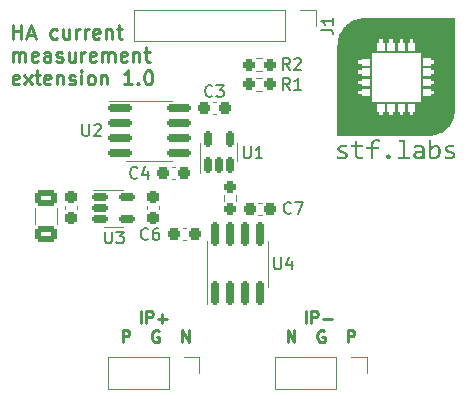
<source format=gto>
G04 #@! TF.GenerationSoftware,KiCad,Pcbnew,7.0.11-2.fc39*
G04 #@! TF.CreationDate,2024-06-09T18:16:26+02:00*
G04 #@! TF.ProjectId,current_measurement_extension,63757272-656e-4745-9f6d-656173757265,1.0*
G04 #@! TF.SameCoordinates,Original*
G04 #@! TF.FileFunction,Legend,Top*
G04 #@! TF.FilePolarity,Positive*
%FSLAX46Y46*%
G04 Gerber Fmt 4.6, Leading zero omitted, Abs format (unit mm)*
G04 Created by KiCad (PCBNEW 7.0.11-2.fc39) date 2024-06-09 18:16:26*
%MOMM*%
%LPD*%
G01*
G04 APERTURE LIST*
G04 Aperture macros list*
%AMRoundRect*
0 Rectangle with rounded corners*
0 $1 Rounding radius*
0 $2 $3 $4 $5 $6 $7 $8 $9 X,Y pos of 4 corners*
0 Add a 4 corners polygon primitive as box body*
4,1,4,$2,$3,$4,$5,$6,$7,$8,$9,$2,$3,0*
0 Add four circle primitives for the rounded corners*
1,1,$1+$1,$2,$3*
1,1,$1+$1,$4,$5*
1,1,$1+$1,$6,$7*
1,1,$1+$1,$8,$9*
0 Add four rect primitives between the rounded corners*
20,1,$1+$1,$2,$3,$4,$5,0*
20,1,$1+$1,$4,$5,$6,$7,0*
20,1,$1+$1,$6,$7,$8,$9,0*
20,1,$1+$1,$8,$9,$2,$3,0*%
G04 Aperture macros list end*
%ADD10C,0.250000*%
%ADD11C,0.150000*%
%ADD12C,0.120000*%
%ADD13RoundRect,0.237500X-0.300000X-0.237500X0.300000X-0.237500X0.300000X0.237500X-0.300000X0.237500X0*%
%ADD14RoundRect,0.150000X-0.512500X-0.150000X0.512500X-0.150000X0.512500X0.150000X-0.512500X0.150000X0*%
%ADD15R,1.700000X1.700000*%
%ADD16O,1.700000X1.700000*%
%ADD17RoundRect,0.237500X0.250000X0.237500X-0.250000X0.237500X-0.250000X-0.237500X0.250000X-0.237500X0*%
%ADD18RoundRect,0.237500X-0.237500X0.250000X-0.237500X-0.250000X0.237500X-0.250000X0.237500X0.250000X0*%
%ADD19RoundRect,0.237500X0.300000X0.237500X-0.300000X0.237500X-0.300000X-0.237500X0.300000X-0.237500X0*%
%ADD20RoundRect,0.250000X-0.650000X0.412500X-0.650000X-0.412500X0.650000X-0.412500X0.650000X0.412500X0*%
%ADD21RoundRect,0.150000X-0.825000X-0.150000X0.825000X-0.150000X0.825000X0.150000X-0.825000X0.150000X0*%
%ADD22RoundRect,0.150000X0.150000X-0.512500X0.150000X0.512500X-0.150000X0.512500X-0.150000X-0.512500X0*%
%ADD23RoundRect,0.150000X0.150000X-0.825000X0.150000X0.825000X-0.150000X0.825000X-0.150000X-0.825000X0*%
%ADD24RoundRect,0.237500X-0.237500X0.300000X-0.237500X-0.300000X0.237500X-0.300000X0.237500X0.300000X0*%
G04 APERTURE END LIST*
D10*
X99817978Y-73184619D02*
X99817978Y-72184619D01*
X100294168Y-73184619D02*
X100294168Y-72184619D01*
X100294168Y-72184619D02*
X100675120Y-72184619D01*
X100675120Y-72184619D02*
X100770358Y-72232238D01*
X100770358Y-72232238D02*
X100817977Y-72279857D01*
X100817977Y-72279857D02*
X100865596Y-72375095D01*
X100865596Y-72375095D02*
X100865596Y-72517952D01*
X100865596Y-72517952D02*
X100817977Y-72613190D01*
X100817977Y-72613190D02*
X100770358Y-72660809D01*
X100770358Y-72660809D02*
X100675120Y-72708428D01*
X100675120Y-72708428D02*
X100294168Y-72708428D01*
X101294168Y-72803666D02*
X102056073Y-72803666D01*
X101675120Y-73184619D02*
X101675120Y-72422714D01*
X98294168Y-74794619D02*
X98294168Y-73794619D01*
X98294168Y-73794619D02*
X98675120Y-73794619D01*
X98675120Y-73794619D02*
X98770358Y-73842238D01*
X98770358Y-73842238D02*
X98817977Y-73889857D01*
X98817977Y-73889857D02*
X98865596Y-73985095D01*
X98865596Y-73985095D02*
X98865596Y-74127952D01*
X98865596Y-74127952D02*
X98817977Y-74223190D01*
X98817977Y-74223190D02*
X98770358Y-74270809D01*
X98770358Y-74270809D02*
X98675120Y-74318428D01*
X98675120Y-74318428D02*
X98294168Y-74318428D01*
X101341787Y-73842238D02*
X101246549Y-73794619D01*
X101246549Y-73794619D02*
X101103692Y-73794619D01*
X101103692Y-73794619D02*
X100960835Y-73842238D01*
X100960835Y-73842238D02*
X100865597Y-73937476D01*
X100865597Y-73937476D02*
X100817978Y-74032714D01*
X100817978Y-74032714D02*
X100770359Y-74223190D01*
X100770359Y-74223190D02*
X100770359Y-74366047D01*
X100770359Y-74366047D02*
X100817978Y-74556523D01*
X100817978Y-74556523D02*
X100865597Y-74651761D01*
X100865597Y-74651761D02*
X100960835Y-74747000D01*
X100960835Y-74747000D02*
X101103692Y-74794619D01*
X101103692Y-74794619D02*
X101198930Y-74794619D01*
X101198930Y-74794619D02*
X101341787Y-74747000D01*
X101341787Y-74747000D02*
X101389406Y-74699380D01*
X101389406Y-74699380D02*
X101389406Y-74366047D01*
X101389406Y-74366047D02*
X101198930Y-74366047D01*
X103341788Y-74794619D02*
X103341788Y-73794619D01*
X103341788Y-73794619D02*
X103913216Y-74794619D01*
X103913216Y-74794619D02*
X103913216Y-73794619D01*
X113787978Y-73184619D02*
X113787978Y-72184619D01*
X114264168Y-73184619D02*
X114264168Y-72184619D01*
X114264168Y-72184619D02*
X114645120Y-72184619D01*
X114645120Y-72184619D02*
X114740358Y-72232238D01*
X114740358Y-72232238D02*
X114787977Y-72279857D01*
X114787977Y-72279857D02*
X114835596Y-72375095D01*
X114835596Y-72375095D02*
X114835596Y-72517952D01*
X114835596Y-72517952D02*
X114787977Y-72613190D01*
X114787977Y-72613190D02*
X114740358Y-72660809D01*
X114740358Y-72660809D02*
X114645120Y-72708428D01*
X114645120Y-72708428D02*
X114264168Y-72708428D01*
X115264168Y-72803666D02*
X116026073Y-72803666D01*
X112264168Y-74794619D02*
X112264168Y-73794619D01*
X112264168Y-73794619D02*
X112835596Y-74794619D01*
X112835596Y-74794619D02*
X112835596Y-73794619D01*
X115359406Y-73842238D02*
X115264168Y-73794619D01*
X115264168Y-73794619D02*
X115121311Y-73794619D01*
X115121311Y-73794619D02*
X114978454Y-73842238D01*
X114978454Y-73842238D02*
X114883216Y-73937476D01*
X114883216Y-73937476D02*
X114835597Y-74032714D01*
X114835597Y-74032714D02*
X114787978Y-74223190D01*
X114787978Y-74223190D02*
X114787978Y-74366047D01*
X114787978Y-74366047D02*
X114835597Y-74556523D01*
X114835597Y-74556523D02*
X114883216Y-74651761D01*
X114883216Y-74651761D02*
X114978454Y-74747000D01*
X114978454Y-74747000D02*
X115121311Y-74794619D01*
X115121311Y-74794619D02*
X115216549Y-74794619D01*
X115216549Y-74794619D02*
X115359406Y-74747000D01*
X115359406Y-74747000D02*
X115407025Y-74699380D01*
X115407025Y-74699380D02*
X115407025Y-74366047D01*
X115407025Y-74366047D02*
X115216549Y-74366047D01*
X117359407Y-74794619D02*
X117359407Y-73794619D01*
X117359407Y-73794619D02*
X117740359Y-73794619D01*
X117740359Y-73794619D02*
X117835597Y-73842238D01*
X117835597Y-73842238D02*
X117883216Y-73889857D01*
X117883216Y-73889857D02*
X117930835Y-73985095D01*
X117930835Y-73985095D02*
X117930835Y-74127952D01*
X117930835Y-74127952D02*
X117883216Y-74223190D01*
X117883216Y-74223190D02*
X117835597Y-74270809D01*
X117835597Y-74270809D02*
X117740359Y-74318428D01*
X117740359Y-74318428D02*
X117359407Y-74318428D01*
X89045387Y-49112942D02*
X89045387Y-47912942D01*
X89045387Y-48484371D02*
X89731101Y-48484371D01*
X89731101Y-49112942D02*
X89731101Y-47912942D01*
X90245387Y-48770085D02*
X90816816Y-48770085D01*
X90131101Y-49112942D02*
X90531101Y-47912942D01*
X90531101Y-47912942D02*
X90931101Y-49112942D01*
X92759673Y-49055800D02*
X92645387Y-49112942D01*
X92645387Y-49112942D02*
X92416815Y-49112942D01*
X92416815Y-49112942D02*
X92302530Y-49055800D01*
X92302530Y-49055800D02*
X92245387Y-48998657D01*
X92245387Y-48998657D02*
X92188244Y-48884371D01*
X92188244Y-48884371D02*
X92188244Y-48541514D01*
X92188244Y-48541514D02*
X92245387Y-48427228D01*
X92245387Y-48427228D02*
X92302530Y-48370085D01*
X92302530Y-48370085D02*
X92416815Y-48312942D01*
X92416815Y-48312942D02*
X92645387Y-48312942D01*
X92645387Y-48312942D02*
X92759673Y-48370085D01*
X93788244Y-48312942D02*
X93788244Y-49112942D01*
X93273958Y-48312942D02*
X93273958Y-48941514D01*
X93273958Y-48941514D02*
X93331101Y-49055800D01*
X93331101Y-49055800D02*
X93445386Y-49112942D01*
X93445386Y-49112942D02*
X93616815Y-49112942D01*
X93616815Y-49112942D02*
X93731101Y-49055800D01*
X93731101Y-49055800D02*
X93788244Y-48998657D01*
X94359672Y-49112942D02*
X94359672Y-48312942D01*
X94359672Y-48541514D02*
X94416815Y-48427228D01*
X94416815Y-48427228D02*
X94473958Y-48370085D01*
X94473958Y-48370085D02*
X94588243Y-48312942D01*
X94588243Y-48312942D02*
X94702529Y-48312942D01*
X95102529Y-49112942D02*
X95102529Y-48312942D01*
X95102529Y-48541514D02*
X95159672Y-48427228D01*
X95159672Y-48427228D02*
X95216815Y-48370085D01*
X95216815Y-48370085D02*
X95331100Y-48312942D01*
X95331100Y-48312942D02*
X95445386Y-48312942D01*
X96302529Y-49055800D02*
X96188243Y-49112942D01*
X96188243Y-49112942D02*
X95959672Y-49112942D01*
X95959672Y-49112942D02*
X95845386Y-49055800D01*
X95845386Y-49055800D02*
X95788243Y-48941514D01*
X95788243Y-48941514D02*
X95788243Y-48484371D01*
X95788243Y-48484371D02*
X95845386Y-48370085D01*
X95845386Y-48370085D02*
X95959672Y-48312942D01*
X95959672Y-48312942D02*
X96188243Y-48312942D01*
X96188243Y-48312942D02*
X96302529Y-48370085D01*
X96302529Y-48370085D02*
X96359672Y-48484371D01*
X96359672Y-48484371D02*
X96359672Y-48598657D01*
X96359672Y-48598657D02*
X95788243Y-48712942D01*
X96873957Y-48312942D02*
X96873957Y-49112942D01*
X96873957Y-48427228D02*
X96931100Y-48370085D01*
X96931100Y-48370085D02*
X97045385Y-48312942D01*
X97045385Y-48312942D02*
X97216814Y-48312942D01*
X97216814Y-48312942D02*
X97331100Y-48370085D01*
X97331100Y-48370085D02*
X97388243Y-48484371D01*
X97388243Y-48484371D02*
X97388243Y-49112942D01*
X97788242Y-48312942D02*
X98245385Y-48312942D01*
X97959671Y-47912942D02*
X97959671Y-48941514D01*
X97959671Y-48941514D02*
X98016814Y-49055800D01*
X98016814Y-49055800D02*
X98131099Y-49112942D01*
X98131099Y-49112942D02*
X98245385Y-49112942D01*
X89045387Y-51044942D02*
X89045387Y-50244942D01*
X89045387Y-50359228D02*
X89102530Y-50302085D01*
X89102530Y-50302085D02*
X89216815Y-50244942D01*
X89216815Y-50244942D02*
X89388244Y-50244942D01*
X89388244Y-50244942D02*
X89502530Y-50302085D01*
X89502530Y-50302085D02*
X89559673Y-50416371D01*
X89559673Y-50416371D02*
X89559673Y-51044942D01*
X89559673Y-50416371D02*
X89616815Y-50302085D01*
X89616815Y-50302085D02*
X89731101Y-50244942D01*
X89731101Y-50244942D02*
X89902530Y-50244942D01*
X89902530Y-50244942D02*
X90016815Y-50302085D01*
X90016815Y-50302085D02*
X90073958Y-50416371D01*
X90073958Y-50416371D02*
X90073958Y-51044942D01*
X91102530Y-50987800D02*
X90988244Y-51044942D01*
X90988244Y-51044942D02*
X90759673Y-51044942D01*
X90759673Y-51044942D02*
X90645387Y-50987800D01*
X90645387Y-50987800D02*
X90588244Y-50873514D01*
X90588244Y-50873514D02*
X90588244Y-50416371D01*
X90588244Y-50416371D02*
X90645387Y-50302085D01*
X90645387Y-50302085D02*
X90759673Y-50244942D01*
X90759673Y-50244942D02*
X90988244Y-50244942D01*
X90988244Y-50244942D02*
X91102530Y-50302085D01*
X91102530Y-50302085D02*
X91159673Y-50416371D01*
X91159673Y-50416371D02*
X91159673Y-50530657D01*
X91159673Y-50530657D02*
X90588244Y-50644942D01*
X92188244Y-51044942D02*
X92188244Y-50416371D01*
X92188244Y-50416371D02*
X92131101Y-50302085D01*
X92131101Y-50302085D02*
X92016815Y-50244942D01*
X92016815Y-50244942D02*
X91788244Y-50244942D01*
X91788244Y-50244942D02*
X91673958Y-50302085D01*
X92188244Y-50987800D02*
X92073958Y-51044942D01*
X92073958Y-51044942D02*
X91788244Y-51044942D01*
X91788244Y-51044942D02*
X91673958Y-50987800D01*
X91673958Y-50987800D02*
X91616815Y-50873514D01*
X91616815Y-50873514D02*
X91616815Y-50759228D01*
X91616815Y-50759228D02*
X91673958Y-50644942D01*
X91673958Y-50644942D02*
X91788244Y-50587800D01*
X91788244Y-50587800D02*
X92073958Y-50587800D01*
X92073958Y-50587800D02*
X92188244Y-50530657D01*
X92702529Y-50987800D02*
X92816815Y-51044942D01*
X92816815Y-51044942D02*
X93045386Y-51044942D01*
X93045386Y-51044942D02*
X93159672Y-50987800D01*
X93159672Y-50987800D02*
X93216815Y-50873514D01*
X93216815Y-50873514D02*
X93216815Y-50816371D01*
X93216815Y-50816371D02*
X93159672Y-50702085D01*
X93159672Y-50702085D02*
X93045386Y-50644942D01*
X93045386Y-50644942D02*
X92873958Y-50644942D01*
X92873958Y-50644942D02*
X92759672Y-50587800D01*
X92759672Y-50587800D02*
X92702529Y-50473514D01*
X92702529Y-50473514D02*
X92702529Y-50416371D01*
X92702529Y-50416371D02*
X92759672Y-50302085D01*
X92759672Y-50302085D02*
X92873958Y-50244942D01*
X92873958Y-50244942D02*
X93045386Y-50244942D01*
X93045386Y-50244942D02*
X93159672Y-50302085D01*
X94245387Y-50244942D02*
X94245387Y-51044942D01*
X93731101Y-50244942D02*
X93731101Y-50873514D01*
X93731101Y-50873514D02*
X93788244Y-50987800D01*
X93788244Y-50987800D02*
X93902529Y-51044942D01*
X93902529Y-51044942D02*
X94073958Y-51044942D01*
X94073958Y-51044942D02*
X94188244Y-50987800D01*
X94188244Y-50987800D02*
X94245387Y-50930657D01*
X94816815Y-51044942D02*
X94816815Y-50244942D01*
X94816815Y-50473514D02*
X94873958Y-50359228D01*
X94873958Y-50359228D02*
X94931101Y-50302085D01*
X94931101Y-50302085D02*
X95045386Y-50244942D01*
X95045386Y-50244942D02*
X95159672Y-50244942D01*
X96016815Y-50987800D02*
X95902529Y-51044942D01*
X95902529Y-51044942D02*
X95673958Y-51044942D01*
X95673958Y-51044942D02*
X95559672Y-50987800D01*
X95559672Y-50987800D02*
X95502529Y-50873514D01*
X95502529Y-50873514D02*
X95502529Y-50416371D01*
X95502529Y-50416371D02*
X95559672Y-50302085D01*
X95559672Y-50302085D02*
X95673958Y-50244942D01*
X95673958Y-50244942D02*
X95902529Y-50244942D01*
X95902529Y-50244942D02*
X96016815Y-50302085D01*
X96016815Y-50302085D02*
X96073958Y-50416371D01*
X96073958Y-50416371D02*
X96073958Y-50530657D01*
X96073958Y-50530657D02*
X95502529Y-50644942D01*
X96588243Y-51044942D02*
X96588243Y-50244942D01*
X96588243Y-50359228D02*
X96645386Y-50302085D01*
X96645386Y-50302085D02*
X96759671Y-50244942D01*
X96759671Y-50244942D02*
X96931100Y-50244942D01*
X96931100Y-50244942D02*
X97045386Y-50302085D01*
X97045386Y-50302085D02*
X97102529Y-50416371D01*
X97102529Y-50416371D02*
X97102529Y-51044942D01*
X97102529Y-50416371D02*
X97159671Y-50302085D01*
X97159671Y-50302085D02*
X97273957Y-50244942D01*
X97273957Y-50244942D02*
X97445386Y-50244942D01*
X97445386Y-50244942D02*
X97559671Y-50302085D01*
X97559671Y-50302085D02*
X97616814Y-50416371D01*
X97616814Y-50416371D02*
X97616814Y-51044942D01*
X98645386Y-50987800D02*
X98531100Y-51044942D01*
X98531100Y-51044942D02*
X98302529Y-51044942D01*
X98302529Y-51044942D02*
X98188243Y-50987800D01*
X98188243Y-50987800D02*
X98131100Y-50873514D01*
X98131100Y-50873514D02*
X98131100Y-50416371D01*
X98131100Y-50416371D02*
X98188243Y-50302085D01*
X98188243Y-50302085D02*
X98302529Y-50244942D01*
X98302529Y-50244942D02*
X98531100Y-50244942D01*
X98531100Y-50244942D02*
X98645386Y-50302085D01*
X98645386Y-50302085D02*
X98702529Y-50416371D01*
X98702529Y-50416371D02*
X98702529Y-50530657D01*
X98702529Y-50530657D02*
X98131100Y-50644942D01*
X99216814Y-50244942D02*
X99216814Y-51044942D01*
X99216814Y-50359228D02*
X99273957Y-50302085D01*
X99273957Y-50302085D02*
X99388242Y-50244942D01*
X99388242Y-50244942D02*
X99559671Y-50244942D01*
X99559671Y-50244942D02*
X99673957Y-50302085D01*
X99673957Y-50302085D02*
X99731100Y-50416371D01*
X99731100Y-50416371D02*
X99731100Y-51044942D01*
X100131099Y-50244942D02*
X100588242Y-50244942D01*
X100302528Y-49844942D02*
X100302528Y-50873514D01*
X100302528Y-50873514D02*
X100359671Y-50987800D01*
X100359671Y-50987800D02*
X100473956Y-51044942D01*
X100473956Y-51044942D02*
X100588242Y-51044942D01*
X89502530Y-52919800D02*
X89388244Y-52976942D01*
X89388244Y-52976942D02*
X89159673Y-52976942D01*
X89159673Y-52976942D02*
X89045387Y-52919800D01*
X89045387Y-52919800D02*
X88988244Y-52805514D01*
X88988244Y-52805514D02*
X88988244Y-52348371D01*
X88988244Y-52348371D02*
X89045387Y-52234085D01*
X89045387Y-52234085D02*
X89159673Y-52176942D01*
X89159673Y-52176942D02*
X89388244Y-52176942D01*
X89388244Y-52176942D02*
X89502530Y-52234085D01*
X89502530Y-52234085D02*
X89559673Y-52348371D01*
X89559673Y-52348371D02*
X89559673Y-52462657D01*
X89559673Y-52462657D02*
X88988244Y-52576942D01*
X89959672Y-52976942D02*
X90588244Y-52176942D01*
X89959672Y-52176942D02*
X90588244Y-52976942D01*
X90873958Y-52176942D02*
X91331101Y-52176942D01*
X91045387Y-51776942D02*
X91045387Y-52805514D01*
X91045387Y-52805514D02*
X91102530Y-52919800D01*
X91102530Y-52919800D02*
X91216815Y-52976942D01*
X91216815Y-52976942D02*
X91331101Y-52976942D01*
X92188244Y-52919800D02*
X92073958Y-52976942D01*
X92073958Y-52976942D02*
X91845387Y-52976942D01*
X91845387Y-52976942D02*
X91731101Y-52919800D01*
X91731101Y-52919800D02*
X91673958Y-52805514D01*
X91673958Y-52805514D02*
X91673958Y-52348371D01*
X91673958Y-52348371D02*
X91731101Y-52234085D01*
X91731101Y-52234085D02*
X91845387Y-52176942D01*
X91845387Y-52176942D02*
X92073958Y-52176942D01*
X92073958Y-52176942D02*
X92188244Y-52234085D01*
X92188244Y-52234085D02*
X92245387Y-52348371D01*
X92245387Y-52348371D02*
X92245387Y-52462657D01*
X92245387Y-52462657D02*
X91673958Y-52576942D01*
X92759672Y-52176942D02*
X92759672Y-52976942D01*
X92759672Y-52291228D02*
X92816815Y-52234085D01*
X92816815Y-52234085D02*
X92931100Y-52176942D01*
X92931100Y-52176942D02*
X93102529Y-52176942D01*
X93102529Y-52176942D02*
X93216815Y-52234085D01*
X93216815Y-52234085D02*
X93273958Y-52348371D01*
X93273958Y-52348371D02*
X93273958Y-52976942D01*
X93788243Y-52919800D02*
X93902529Y-52976942D01*
X93902529Y-52976942D02*
X94131100Y-52976942D01*
X94131100Y-52976942D02*
X94245386Y-52919800D01*
X94245386Y-52919800D02*
X94302529Y-52805514D01*
X94302529Y-52805514D02*
X94302529Y-52748371D01*
X94302529Y-52748371D02*
X94245386Y-52634085D01*
X94245386Y-52634085D02*
X94131100Y-52576942D01*
X94131100Y-52576942D02*
X93959672Y-52576942D01*
X93959672Y-52576942D02*
X93845386Y-52519800D01*
X93845386Y-52519800D02*
X93788243Y-52405514D01*
X93788243Y-52405514D02*
X93788243Y-52348371D01*
X93788243Y-52348371D02*
X93845386Y-52234085D01*
X93845386Y-52234085D02*
X93959672Y-52176942D01*
X93959672Y-52176942D02*
X94131100Y-52176942D01*
X94131100Y-52176942D02*
X94245386Y-52234085D01*
X94816815Y-52976942D02*
X94816815Y-52176942D01*
X94816815Y-51776942D02*
X94759672Y-51834085D01*
X94759672Y-51834085D02*
X94816815Y-51891228D01*
X94816815Y-51891228D02*
X94873958Y-51834085D01*
X94873958Y-51834085D02*
X94816815Y-51776942D01*
X94816815Y-51776942D02*
X94816815Y-51891228D01*
X95559672Y-52976942D02*
X95445387Y-52919800D01*
X95445387Y-52919800D02*
X95388244Y-52862657D01*
X95388244Y-52862657D02*
X95331101Y-52748371D01*
X95331101Y-52748371D02*
X95331101Y-52405514D01*
X95331101Y-52405514D02*
X95388244Y-52291228D01*
X95388244Y-52291228D02*
X95445387Y-52234085D01*
X95445387Y-52234085D02*
X95559672Y-52176942D01*
X95559672Y-52176942D02*
X95731101Y-52176942D01*
X95731101Y-52176942D02*
X95845387Y-52234085D01*
X95845387Y-52234085D02*
X95902530Y-52291228D01*
X95902530Y-52291228D02*
X95959672Y-52405514D01*
X95959672Y-52405514D02*
X95959672Y-52748371D01*
X95959672Y-52748371D02*
X95902530Y-52862657D01*
X95902530Y-52862657D02*
X95845387Y-52919800D01*
X95845387Y-52919800D02*
X95731101Y-52976942D01*
X95731101Y-52976942D02*
X95559672Y-52976942D01*
X96473958Y-52176942D02*
X96473958Y-52976942D01*
X96473958Y-52291228D02*
X96531101Y-52234085D01*
X96531101Y-52234085D02*
X96645386Y-52176942D01*
X96645386Y-52176942D02*
X96816815Y-52176942D01*
X96816815Y-52176942D02*
X96931101Y-52234085D01*
X96931101Y-52234085D02*
X96988244Y-52348371D01*
X96988244Y-52348371D02*
X96988244Y-52976942D01*
X99102529Y-52976942D02*
X98416815Y-52976942D01*
X98759672Y-52976942D02*
X98759672Y-51776942D01*
X98759672Y-51776942D02*
X98645386Y-51948371D01*
X98645386Y-51948371D02*
X98531101Y-52062657D01*
X98531101Y-52062657D02*
X98416815Y-52119800D01*
X99616815Y-52862657D02*
X99673958Y-52919800D01*
X99673958Y-52919800D02*
X99616815Y-52976942D01*
X99616815Y-52976942D02*
X99559672Y-52919800D01*
X99559672Y-52919800D02*
X99616815Y-52862657D01*
X99616815Y-52862657D02*
X99616815Y-52976942D01*
X100416815Y-51776942D02*
X100531101Y-51776942D01*
X100531101Y-51776942D02*
X100645387Y-51834085D01*
X100645387Y-51834085D02*
X100702530Y-51891228D01*
X100702530Y-51891228D02*
X100759672Y-52005514D01*
X100759672Y-52005514D02*
X100816815Y-52234085D01*
X100816815Y-52234085D02*
X100816815Y-52519800D01*
X100816815Y-52519800D02*
X100759672Y-52748371D01*
X100759672Y-52748371D02*
X100702530Y-52862657D01*
X100702530Y-52862657D02*
X100645387Y-52919800D01*
X100645387Y-52919800D02*
X100531101Y-52976942D01*
X100531101Y-52976942D02*
X100416815Y-52976942D01*
X100416815Y-52976942D02*
X100302530Y-52919800D01*
X100302530Y-52919800D02*
X100245387Y-52862657D01*
X100245387Y-52862657D02*
X100188244Y-52748371D01*
X100188244Y-52748371D02*
X100131101Y-52519800D01*
X100131101Y-52519800D02*
X100131101Y-52234085D01*
X100131101Y-52234085D02*
X100188244Y-52005514D01*
X100188244Y-52005514D02*
X100245387Y-51891228D01*
X100245387Y-51891228D02*
X100302530Y-51834085D01*
X100302530Y-51834085D02*
X100416815Y-51776942D01*
D11*
X112556333Y-63859580D02*
X112508714Y-63907200D01*
X112508714Y-63907200D02*
X112365857Y-63954819D01*
X112365857Y-63954819D02*
X112270619Y-63954819D01*
X112270619Y-63954819D02*
X112127762Y-63907200D01*
X112127762Y-63907200D02*
X112032524Y-63811961D01*
X112032524Y-63811961D02*
X111984905Y-63716723D01*
X111984905Y-63716723D02*
X111937286Y-63526247D01*
X111937286Y-63526247D02*
X111937286Y-63383390D01*
X111937286Y-63383390D02*
X111984905Y-63192914D01*
X111984905Y-63192914D02*
X112032524Y-63097676D01*
X112032524Y-63097676D02*
X112127762Y-63002438D01*
X112127762Y-63002438D02*
X112270619Y-62954819D01*
X112270619Y-62954819D02*
X112365857Y-62954819D01*
X112365857Y-62954819D02*
X112508714Y-63002438D01*
X112508714Y-63002438D02*
X112556333Y-63050057D01*
X112889667Y-62954819D02*
X113556333Y-62954819D01*
X113556333Y-62954819D02*
X113127762Y-63954819D01*
X96824895Y-65444019D02*
X96824895Y-66253542D01*
X96824895Y-66253542D02*
X96872514Y-66348780D01*
X96872514Y-66348780D02*
X96920133Y-66396400D01*
X96920133Y-66396400D02*
X97015371Y-66444019D01*
X97015371Y-66444019D02*
X97205847Y-66444019D01*
X97205847Y-66444019D02*
X97301085Y-66396400D01*
X97301085Y-66396400D02*
X97348704Y-66348780D01*
X97348704Y-66348780D02*
X97396323Y-66253542D01*
X97396323Y-66253542D02*
X97396323Y-65444019D01*
X97777276Y-65444019D02*
X98396323Y-65444019D01*
X98396323Y-65444019D02*
X98062990Y-65824971D01*
X98062990Y-65824971D02*
X98205847Y-65824971D01*
X98205847Y-65824971D02*
X98301085Y-65872590D01*
X98301085Y-65872590D02*
X98348704Y-65920209D01*
X98348704Y-65920209D02*
X98396323Y-66015447D01*
X98396323Y-66015447D02*
X98396323Y-66253542D01*
X98396323Y-66253542D02*
X98348704Y-66348780D01*
X98348704Y-66348780D02*
X98301085Y-66396400D01*
X98301085Y-66396400D02*
X98205847Y-66444019D01*
X98205847Y-66444019D02*
X97920133Y-66444019D01*
X97920133Y-66444019D02*
X97824895Y-66396400D01*
X97824895Y-66396400D02*
X97777276Y-66348780D01*
X112456933Y-51762819D02*
X112123600Y-51286628D01*
X111885505Y-51762819D02*
X111885505Y-50762819D01*
X111885505Y-50762819D02*
X112266457Y-50762819D01*
X112266457Y-50762819D02*
X112361695Y-50810438D01*
X112361695Y-50810438D02*
X112409314Y-50858057D01*
X112409314Y-50858057D02*
X112456933Y-50953295D01*
X112456933Y-50953295D02*
X112456933Y-51096152D01*
X112456933Y-51096152D02*
X112409314Y-51191390D01*
X112409314Y-51191390D02*
X112361695Y-51239009D01*
X112361695Y-51239009D02*
X112266457Y-51286628D01*
X112266457Y-51286628D02*
X111885505Y-51286628D01*
X112837886Y-50858057D02*
X112885505Y-50810438D01*
X112885505Y-50810438D02*
X112980743Y-50762819D01*
X112980743Y-50762819D02*
X113218838Y-50762819D01*
X113218838Y-50762819D02*
X113314076Y-50810438D01*
X113314076Y-50810438D02*
X113361695Y-50858057D01*
X113361695Y-50858057D02*
X113409314Y-50953295D01*
X113409314Y-50953295D02*
X113409314Y-51048533D01*
X113409314Y-51048533D02*
X113361695Y-51191390D01*
X113361695Y-51191390D02*
X112790267Y-51762819D01*
X112790267Y-51762819D02*
X113409314Y-51762819D01*
X100468133Y-66043980D02*
X100420514Y-66091600D01*
X100420514Y-66091600D02*
X100277657Y-66139219D01*
X100277657Y-66139219D02*
X100182419Y-66139219D01*
X100182419Y-66139219D02*
X100039562Y-66091600D01*
X100039562Y-66091600D02*
X99944324Y-65996361D01*
X99944324Y-65996361D02*
X99896705Y-65901123D01*
X99896705Y-65901123D02*
X99849086Y-65710647D01*
X99849086Y-65710647D02*
X99849086Y-65567790D01*
X99849086Y-65567790D02*
X99896705Y-65377314D01*
X99896705Y-65377314D02*
X99944324Y-65282076D01*
X99944324Y-65282076D02*
X100039562Y-65186838D01*
X100039562Y-65186838D02*
X100182419Y-65139219D01*
X100182419Y-65139219D02*
X100277657Y-65139219D01*
X100277657Y-65139219D02*
X100420514Y-65186838D01*
X100420514Y-65186838D02*
X100468133Y-65234457D01*
X101325276Y-65139219D02*
X101134800Y-65139219D01*
X101134800Y-65139219D02*
X101039562Y-65186838D01*
X101039562Y-65186838D02*
X100991943Y-65234457D01*
X100991943Y-65234457D02*
X100896705Y-65377314D01*
X100896705Y-65377314D02*
X100849086Y-65567790D01*
X100849086Y-65567790D02*
X100849086Y-65948742D01*
X100849086Y-65948742D02*
X100896705Y-66043980D01*
X100896705Y-66043980D02*
X100944324Y-66091600D01*
X100944324Y-66091600D02*
X101039562Y-66139219D01*
X101039562Y-66139219D02*
X101230038Y-66139219D01*
X101230038Y-66139219D02*
X101325276Y-66091600D01*
X101325276Y-66091600D02*
X101372895Y-66043980D01*
X101372895Y-66043980D02*
X101420514Y-65948742D01*
X101420514Y-65948742D02*
X101420514Y-65710647D01*
X101420514Y-65710647D02*
X101372895Y-65615409D01*
X101372895Y-65615409D02*
X101325276Y-65567790D01*
X101325276Y-65567790D02*
X101230038Y-65520171D01*
X101230038Y-65520171D02*
X101039562Y-65520171D01*
X101039562Y-65520171D02*
X100944324Y-65567790D01*
X100944324Y-65567790D02*
X100896705Y-65615409D01*
X100896705Y-65615409D02*
X100849086Y-65710647D01*
X105902633Y-53945980D02*
X105855014Y-53993600D01*
X105855014Y-53993600D02*
X105712157Y-54041219D01*
X105712157Y-54041219D02*
X105616919Y-54041219D01*
X105616919Y-54041219D02*
X105474062Y-53993600D01*
X105474062Y-53993600D02*
X105378824Y-53898361D01*
X105378824Y-53898361D02*
X105331205Y-53803123D01*
X105331205Y-53803123D02*
X105283586Y-53612647D01*
X105283586Y-53612647D02*
X105283586Y-53469790D01*
X105283586Y-53469790D02*
X105331205Y-53279314D01*
X105331205Y-53279314D02*
X105378824Y-53184076D01*
X105378824Y-53184076D02*
X105474062Y-53088838D01*
X105474062Y-53088838D02*
X105616919Y-53041219D01*
X105616919Y-53041219D02*
X105712157Y-53041219D01*
X105712157Y-53041219D02*
X105855014Y-53088838D01*
X105855014Y-53088838D02*
X105902633Y-53136457D01*
X106235967Y-53041219D02*
X106855014Y-53041219D01*
X106855014Y-53041219D02*
X106521681Y-53422171D01*
X106521681Y-53422171D02*
X106664538Y-53422171D01*
X106664538Y-53422171D02*
X106759776Y-53469790D01*
X106759776Y-53469790D02*
X106807395Y-53517409D01*
X106807395Y-53517409D02*
X106855014Y-53612647D01*
X106855014Y-53612647D02*
X106855014Y-53850742D01*
X106855014Y-53850742D02*
X106807395Y-53945980D01*
X106807395Y-53945980D02*
X106759776Y-53993600D01*
X106759776Y-53993600D02*
X106664538Y-54041219D01*
X106664538Y-54041219D02*
X106378824Y-54041219D01*
X106378824Y-54041219D02*
X106283586Y-53993600D01*
X106283586Y-53993600D02*
X106235967Y-53945980D01*
X94894495Y-56350819D02*
X94894495Y-57160342D01*
X94894495Y-57160342D02*
X94942114Y-57255580D01*
X94942114Y-57255580D02*
X94989733Y-57303200D01*
X94989733Y-57303200D02*
X95084971Y-57350819D01*
X95084971Y-57350819D02*
X95275447Y-57350819D01*
X95275447Y-57350819D02*
X95370685Y-57303200D01*
X95370685Y-57303200D02*
X95418304Y-57255580D01*
X95418304Y-57255580D02*
X95465923Y-57160342D01*
X95465923Y-57160342D02*
X95465923Y-56350819D01*
X95894495Y-56446057D02*
X95942114Y-56398438D01*
X95942114Y-56398438D02*
X96037352Y-56350819D01*
X96037352Y-56350819D02*
X96275447Y-56350819D01*
X96275447Y-56350819D02*
X96370685Y-56398438D01*
X96370685Y-56398438D02*
X96418304Y-56446057D01*
X96418304Y-56446057D02*
X96465923Y-56541295D01*
X96465923Y-56541295D02*
X96465923Y-56636533D01*
X96465923Y-56636533D02*
X96418304Y-56779390D01*
X96418304Y-56779390D02*
X95846876Y-57350819D01*
X95846876Y-57350819D02*
X96465923Y-57350819D01*
X115119619Y-48339333D02*
X115833904Y-48339333D01*
X115833904Y-48339333D02*
X115976761Y-48386952D01*
X115976761Y-48386952D02*
X116072000Y-48482190D01*
X116072000Y-48482190D02*
X116119619Y-48625047D01*
X116119619Y-48625047D02*
X116119619Y-48720285D01*
X116119619Y-47339333D02*
X116119619Y-47910761D01*
X116119619Y-47625047D02*
X115119619Y-47625047D01*
X115119619Y-47625047D02*
X115262476Y-47720285D01*
X115262476Y-47720285D02*
X115357714Y-47815523D01*
X115357714Y-47815523D02*
X115405333Y-47910761D01*
X108559695Y-58230419D02*
X108559695Y-59039942D01*
X108559695Y-59039942D02*
X108607314Y-59135180D01*
X108607314Y-59135180D02*
X108654933Y-59182800D01*
X108654933Y-59182800D02*
X108750171Y-59230419D01*
X108750171Y-59230419D02*
X108940647Y-59230419D01*
X108940647Y-59230419D02*
X109035885Y-59182800D01*
X109035885Y-59182800D02*
X109083504Y-59135180D01*
X109083504Y-59135180D02*
X109131123Y-59039942D01*
X109131123Y-59039942D02*
X109131123Y-58230419D01*
X110131123Y-59230419D02*
X109559695Y-59230419D01*
X109845409Y-59230419D02*
X109845409Y-58230419D01*
X109845409Y-58230419D02*
X109750171Y-58373276D01*
X109750171Y-58373276D02*
X109654933Y-58468514D01*
X109654933Y-58468514D02*
X109559695Y-58516133D01*
X99553733Y-60862380D02*
X99506114Y-60910000D01*
X99506114Y-60910000D02*
X99363257Y-60957619D01*
X99363257Y-60957619D02*
X99268019Y-60957619D01*
X99268019Y-60957619D02*
X99125162Y-60910000D01*
X99125162Y-60910000D02*
X99029924Y-60814761D01*
X99029924Y-60814761D02*
X98982305Y-60719523D01*
X98982305Y-60719523D02*
X98934686Y-60529047D01*
X98934686Y-60529047D02*
X98934686Y-60386190D01*
X98934686Y-60386190D02*
X98982305Y-60195714D01*
X98982305Y-60195714D02*
X99029924Y-60100476D01*
X99029924Y-60100476D02*
X99125162Y-60005238D01*
X99125162Y-60005238D02*
X99268019Y-59957619D01*
X99268019Y-59957619D02*
X99363257Y-59957619D01*
X99363257Y-59957619D02*
X99506114Y-60005238D01*
X99506114Y-60005238D02*
X99553733Y-60052857D01*
X100410876Y-60290952D02*
X100410876Y-60957619D01*
X100172781Y-59910000D02*
X99934686Y-60624285D01*
X99934686Y-60624285D02*
X100553733Y-60624285D01*
X111150495Y-67614219D02*
X111150495Y-68423742D01*
X111150495Y-68423742D02*
X111198114Y-68518980D01*
X111198114Y-68518980D02*
X111245733Y-68566600D01*
X111245733Y-68566600D02*
X111340971Y-68614219D01*
X111340971Y-68614219D02*
X111531447Y-68614219D01*
X111531447Y-68614219D02*
X111626685Y-68566600D01*
X111626685Y-68566600D02*
X111674304Y-68518980D01*
X111674304Y-68518980D02*
X111721923Y-68423742D01*
X111721923Y-68423742D02*
X111721923Y-67614219D01*
X112626685Y-67947552D02*
X112626685Y-68614219D01*
X112388590Y-67566600D02*
X112150495Y-68280885D01*
X112150495Y-68280885D02*
X112769542Y-68280885D01*
X112455033Y-53439219D02*
X112121700Y-52963028D01*
X111883605Y-53439219D02*
X111883605Y-52439219D01*
X111883605Y-52439219D02*
X112264557Y-52439219D01*
X112264557Y-52439219D02*
X112359795Y-52486838D01*
X112359795Y-52486838D02*
X112407414Y-52534457D01*
X112407414Y-52534457D02*
X112455033Y-52629695D01*
X112455033Y-52629695D02*
X112455033Y-52772552D01*
X112455033Y-52772552D02*
X112407414Y-52867790D01*
X112407414Y-52867790D02*
X112359795Y-52915409D01*
X112359795Y-52915409D02*
X112264557Y-52963028D01*
X112264557Y-52963028D02*
X111883605Y-52963028D01*
X113407414Y-53439219D02*
X112835986Y-53439219D01*
X113121700Y-53439219D02*
X113121700Y-52439219D01*
X113121700Y-52439219D02*
X113026462Y-52582076D01*
X113026462Y-52582076D02*
X112931224Y-52677314D01*
X112931224Y-52677314D02*
X112835986Y-52724933D01*
D12*
X109783833Y-62990000D02*
X110076367Y-62990000D01*
X109783833Y-64010000D02*
X110076367Y-64010000D01*
X97555900Y-61904400D02*
X95755900Y-61904400D01*
X97555900Y-61904400D02*
X98355900Y-61904400D01*
X97555900Y-65024400D02*
X96755900Y-65024400D01*
X97555900Y-65024400D02*
X98355900Y-65024400D01*
X118982800Y-76089200D02*
X118982800Y-77419200D01*
X117652800Y-76089200D02*
X118982800Y-76089200D01*
X116382800Y-76089200D02*
X111242800Y-76089200D01*
X116382800Y-76089200D02*
X116382800Y-78749200D01*
X111242800Y-76089200D02*
X111242800Y-78749200D01*
X116382800Y-78749200D02*
X111242800Y-78749200D01*
X110133224Y-51830500D02*
X109623776Y-51830500D01*
X110133224Y-50785500D02*
X109623776Y-50785500D01*
X104809600Y-76089200D02*
X104809600Y-77419200D01*
X103479600Y-76089200D02*
X104809600Y-76089200D01*
X102209600Y-76089200D02*
X97069600Y-76089200D01*
X102209600Y-76089200D02*
X102209600Y-78749200D01*
X97069600Y-76089200D02*
X97069600Y-78749200D01*
X102209600Y-78749200D02*
X97069600Y-78749200D01*
X107913700Y-62332776D02*
X107913700Y-62842224D01*
X106868700Y-62332776D02*
X106868700Y-62842224D01*
X103675567Y-66194400D02*
X103383033Y-66194400D01*
X103675567Y-65174400D02*
X103383033Y-65174400D01*
X92705600Y-63410648D02*
X92705600Y-64833152D01*
X90885600Y-63410648D02*
X90885600Y-64833152D01*
X105923033Y-54506400D02*
X106215567Y-54506400D01*
X105923033Y-55526400D02*
X106215567Y-55526400D01*
X100569800Y-54361400D02*
X97119800Y-54361400D01*
X100569800Y-54361400D02*
X102519800Y-54361400D01*
X100569800Y-59481400D02*
X98619800Y-59481400D01*
X100569800Y-59481400D02*
X102519800Y-59481400D01*
G36*
X122247845Y-58375261D02*
G01*
X122247845Y-59105437D01*
X122420893Y-59105437D01*
X122593940Y-59105437D01*
X122593940Y-59189851D01*
X122593940Y-59274264D01*
X122125446Y-59274264D01*
X121656951Y-59274264D01*
X121656951Y-59189851D01*
X121656951Y-59105437D01*
X121846881Y-59105437D01*
X122036812Y-59105437D01*
X122036812Y-58459674D01*
X122036812Y-57813912D01*
X121867985Y-57813912D01*
X121699158Y-57813912D01*
X121699158Y-57729498D01*
X121699158Y-57645085D01*
X121973502Y-57645085D01*
X122247845Y-57645085D01*
X122247845Y-58375261D01*
G37*
G36*
X120831421Y-58905995D02*
G01*
X120884568Y-58922914D01*
X120925204Y-58946381D01*
X120954521Y-58975071D01*
X120977875Y-59014437D01*
X120980934Y-59021024D01*
X120996450Y-59074218D01*
X120996356Y-59127562D01*
X120981666Y-59178239D01*
X120953391Y-59223434D01*
X120912543Y-59260332D01*
X120890191Y-59273548D01*
X120847452Y-59287499D01*
X120798029Y-59291526D01*
X120748893Y-59285636D01*
X120713645Y-59273382D01*
X120667480Y-59241945D01*
X120634581Y-59200308D01*
X120615456Y-59149328D01*
X120610410Y-59099377D01*
X120617515Y-59042761D01*
X120638846Y-58994669D01*
X120675128Y-58953489D01*
X120676545Y-58952267D01*
X120725192Y-58920591D01*
X120777344Y-58905093D01*
X120831421Y-58905995D01*
G37*
G36*
X119900874Y-57630308D02*
G01*
X119949164Y-57632895D01*
X119978915Y-57636074D01*
X120020928Y-57641847D01*
X120049152Y-57647018D01*
X120066307Y-57654527D01*
X120075110Y-57667316D01*
X120078281Y-57688325D01*
X120078537Y-57720495D01*
X120078420Y-57743713D01*
X120078420Y-57832762D01*
X120055206Y-57827843D01*
X120037825Y-57824783D01*
X120007988Y-57820153D01*
X119969977Y-57814597D01*
X119930697Y-57809116D01*
X119842665Y-57800685D01*
X119767844Y-57801555D01*
X119705104Y-57812114D01*
X119653315Y-57832752D01*
X119611347Y-57863859D01*
X119578073Y-57905824D01*
X119561840Y-57936311D01*
X119554724Y-57953207D01*
X119549478Y-57970396D01*
X119545749Y-57990939D01*
X119543182Y-58017896D01*
X119541423Y-58054329D01*
X119540119Y-58103298D01*
X119539621Y-58128352D01*
X119536807Y-58278186D01*
X119790731Y-58278186D01*
X120044655Y-58278186D01*
X120044655Y-58362599D01*
X120044655Y-58447012D01*
X119791414Y-58447012D01*
X119538174Y-58447012D01*
X119538174Y-58860638D01*
X119538174Y-59274264D01*
X119432657Y-59274264D01*
X119327141Y-59274264D01*
X119327141Y-58860638D01*
X119327141Y-58447012D01*
X119137210Y-58447012D01*
X118947280Y-58447012D01*
X118947280Y-58362599D01*
X118947280Y-58278186D01*
X119137210Y-58278186D01*
X119327141Y-58278186D01*
X119327141Y-58136033D01*
X119328707Y-58055100D01*
X119333767Y-57987751D01*
X119342864Y-57930946D01*
X119356540Y-57881645D01*
X119375338Y-57836811D01*
X119383277Y-57821521D01*
X119422021Y-57767124D01*
X119474817Y-57718876D01*
X119539438Y-57678461D01*
X119613307Y-57647678D01*
X119641652Y-57641480D01*
X119682983Y-57636440D01*
X119733435Y-57632680D01*
X119789144Y-57630323D01*
X119846246Y-57629492D01*
X119900874Y-57630308D01*
G37*
G36*
X118152292Y-57747959D02*
G01*
X118155942Y-57752466D01*
X118158575Y-57762651D01*
X118160357Y-57780559D01*
X118161449Y-57808235D01*
X118162015Y-57847725D01*
X118162219Y-57901074D01*
X118162235Y-57932090D01*
X118162235Y-58117800D01*
X118423917Y-58117800D01*
X118685599Y-58117800D01*
X118685599Y-58202213D01*
X118685599Y-58286627D01*
X118423386Y-58286627D01*
X118161173Y-58286627D01*
X118163815Y-58617950D01*
X118166456Y-58949272D01*
X118190702Y-58998650D01*
X118223015Y-59046065D01*
X118267385Y-59081897D01*
X118323022Y-59105520D01*
X118326475Y-59106475D01*
X118359283Y-59111841D01*
X118404083Y-59114391D01*
X118456234Y-59114209D01*
X118511096Y-59111380D01*
X118564029Y-59105989D01*
X118592744Y-59101594D01*
X118626582Y-59095781D01*
X118654571Y-59091321D01*
X118672149Y-59088928D01*
X118675047Y-59088710D01*
X118680128Y-59093629D01*
X118683423Y-59109858D01*
X118685165Y-59139335D01*
X118685599Y-59176505D01*
X118685599Y-59264455D01*
X118645502Y-59274112D01*
X118620686Y-59277957D01*
X118582670Y-59281252D01*
X118535060Y-59283925D01*
X118481465Y-59285908D01*
X118425493Y-59287129D01*
X118370750Y-59287519D01*
X118320844Y-59287007D01*
X118279384Y-59285524D01*
X118249976Y-59282998D01*
X118243560Y-59281930D01*
X118177998Y-59262034D01*
X118116864Y-59231120D01*
X118063545Y-59191535D01*
X118021428Y-59145622D01*
X118002391Y-59114940D01*
X117992369Y-59094420D01*
X117984043Y-59074512D01*
X117977255Y-59053462D01*
X117971851Y-59029520D01*
X117967674Y-59000934D01*
X117964568Y-58965951D01*
X117962378Y-58922821D01*
X117960946Y-58869792D01*
X117960117Y-58805111D01*
X117959735Y-58727028D01*
X117959643Y-58635169D01*
X117959643Y-58286627D01*
X117795037Y-58286627D01*
X117630431Y-58286627D01*
X117630431Y-58202213D01*
X117630431Y-58117800D01*
X117794855Y-58117800D01*
X117959279Y-58117800D01*
X117961571Y-57955304D01*
X117963864Y-57792808D01*
X118048277Y-57770299D01*
X118085141Y-57760771D01*
X118116985Y-57753092D01*
X118139593Y-57748250D01*
X118147463Y-57747085D01*
X118152292Y-57747959D01*
G37*
G36*
X124449698Y-57963745D02*
G01*
X124446815Y-58282406D01*
X124502043Y-58226887D01*
X124562212Y-58175890D01*
X124629652Y-58135201D01*
X124699770Y-58107402D01*
X124726740Y-58100635D01*
X124757940Y-58096443D01*
X124799226Y-58094015D01*
X124843865Y-58093679D01*
X124859798Y-58094147D01*
X124925398Y-58100531D01*
X124979955Y-58115072D01*
X125028144Y-58139761D01*
X125074639Y-58176591D01*
X125091631Y-58192974D01*
X125136902Y-58247575D01*
X125173601Y-58312500D01*
X125202226Y-58389065D01*
X125223270Y-58478583D01*
X125236845Y-58578379D01*
X125241714Y-58693604D01*
X125233388Y-58801138D01*
X125212268Y-58900217D01*
X125178755Y-58990077D01*
X125133251Y-59069953D01*
X125076158Y-59139080D01*
X125007877Y-59196694D01*
X124928810Y-59242031D01*
X124877323Y-59262690D01*
X124849761Y-59271689D01*
X124825107Y-59278127D01*
X124799434Y-59282499D01*
X124768811Y-59285300D01*
X124729311Y-59287025D01*
X124677005Y-59288168D01*
X124674731Y-59288207D01*
X124588741Y-59288029D01*
X124519147Y-59284348D01*
X124472139Y-59278325D01*
X124432558Y-59269936D01*
X124385217Y-59258027D01*
X124338276Y-59244702D01*
X124322305Y-59239725D01*
X124240002Y-59213267D01*
X124240002Y-59077654D01*
X124451036Y-59077654D01*
X124512235Y-59095268D01*
X124551126Y-59106331D01*
X124579254Y-59113566D01*
X124602076Y-59117841D01*
X124625044Y-59120025D01*
X124653614Y-59120985D01*
X124676089Y-59121341D01*
X124747506Y-59117191D01*
X124796599Y-59106254D01*
X124859396Y-59078141D01*
X124913310Y-59035965D01*
X124957731Y-58980381D01*
X124992051Y-58912042D01*
X125001048Y-58886828D01*
X125011404Y-58843133D01*
X125018879Y-58787435D01*
X125023324Y-58724391D01*
X125024592Y-58658656D01*
X125022536Y-58594887D01*
X125017008Y-58537742D01*
X125012897Y-58513118D01*
X124992124Y-58436309D01*
X124963221Y-58374128D01*
X124926243Y-58326646D01*
X124881245Y-58293940D01*
X124836152Y-58277679D01*
X124779226Y-58273232D01*
X124720674Y-58285088D01*
X124660334Y-58313336D01*
X124598043Y-58358066D01*
X124533640Y-58419365D01*
X124491982Y-58466444D01*
X124451036Y-58515420D01*
X124451036Y-58796537D01*
X124451036Y-59077654D01*
X124240002Y-59077654D01*
X124240002Y-58429176D01*
X124240002Y-57645085D01*
X124346291Y-57645085D01*
X124452580Y-57645085D01*
X124449698Y-57963745D01*
G37*
G36*
X117059103Y-58095939D02*
G01*
X117120837Y-58098755D01*
X117176952Y-58102924D01*
X117223710Y-58108398D01*
X117231577Y-58109639D01*
X117292777Y-58119840D01*
X117292777Y-58212779D01*
X117292777Y-58305719D01*
X117265343Y-58301012D01*
X117244897Y-58297420D01*
X117213249Y-58291765D01*
X117175806Y-58285014D01*
X117157716Y-58281734D01*
X117098867Y-58273348D01*
X117035321Y-58268222D01*
X116971297Y-58266364D01*
X116911015Y-58267787D01*
X116858696Y-58272501D01*
X116818559Y-58280516D01*
X116817393Y-58280867D01*
X116767279Y-58302493D01*
X116730308Y-58332075D01*
X116707427Y-58368326D01*
X116699584Y-58409959D01*
X116702495Y-58437012D01*
X116710323Y-58461086D01*
X116724048Y-58482692D01*
X116745307Y-58502814D01*
X116775737Y-58522437D01*
X116816974Y-58542547D01*
X116870655Y-58564128D01*
X116938419Y-58588166D01*
X116972819Y-58599677D01*
X117064306Y-58631470D01*
X117140520Y-58661747D01*
X117202886Y-58691489D01*
X117252828Y-58721680D01*
X117291772Y-58753302D01*
X117321141Y-58787335D01*
X117342361Y-58824764D01*
X117356176Y-58864021D01*
X117368073Y-58936480D01*
X117363987Y-59004872D01*
X117344515Y-59068329D01*
X117310251Y-59125982D01*
X117261789Y-59176964D01*
X117199726Y-59220407D01*
X117124655Y-59255441D01*
X117077231Y-59271043D01*
X117053376Y-59276585D01*
X117024022Y-59280768D01*
X116986493Y-59283791D01*
X116938116Y-59285854D01*
X116876217Y-59287156D01*
X116858048Y-59287389D01*
X116804666Y-59287822D01*
X116755602Y-59287877D01*
X116713913Y-59287576D01*
X116682657Y-59286944D01*
X116664890Y-59286004D01*
X116663897Y-59285884D01*
X116614317Y-59278609D01*
X116566604Y-59270704D01*
X116525756Y-59263047D01*
X116497181Y-59256623D01*
X116465526Y-59248289D01*
X116465526Y-59155760D01*
X116466078Y-59112279D01*
X116467886Y-59083678D01*
X116471175Y-59067985D01*
X116476134Y-59063230D01*
X116488244Y-59065004D01*
X116513038Y-59069816D01*
X116546753Y-59076905D01*
X116580776Y-59084413D01*
X116661896Y-59099747D01*
X116744325Y-59109937D01*
X116825118Y-59114976D01*
X116901333Y-59114860D01*
X116970027Y-59109584D01*
X117028258Y-59099142D01*
X117069487Y-59085234D01*
X117109375Y-59061966D01*
X117134293Y-59034121D01*
X117146076Y-58998738D01*
X117147099Y-58959940D01*
X117142794Y-58926234D01*
X117133751Y-58903011D01*
X117123420Y-58889607D01*
X117096570Y-58868450D01*
X117054386Y-58845286D01*
X116998213Y-58820717D01*
X116929396Y-58795347D01*
X116870710Y-58776284D01*
X116778847Y-58745440D01*
X116702378Y-58714064D01*
X116639820Y-58681203D01*
X116589691Y-58645898D01*
X116550507Y-58607195D01*
X116520785Y-58564138D01*
X116510565Y-58544088D01*
X116490721Y-58481894D01*
X116485704Y-58415759D01*
X116495503Y-58349795D01*
X116511204Y-58305853D01*
X116546417Y-58248429D01*
X116595676Y-58197959D01*
X116657115Y-58155763D01*
X116728864Y-58123161D01*
X116796934Y-58103900D01*
X116830711Y-58099205D01*
X116877554Y-58096111D01*
X116933725Y-58094568D01*
X116995487Y-58094527D01*
X117059103Y-58095939D01*
G37*
G36*
X126158871Y-58095939D02*
G01*
X126220604Y-58098755D01*
X126276719Y-58102924D01*
X126323477Y-58108398D01*
X126331345Y-58109639D01*
X126392544Y-58119840D01*
X126392544Y-58212779D01*
X126392544Y-58305719D01*
X126365110Y-58301012D01*
X126344664Y-58297420D01*
X126313017Y-58291765D01*
X126275573Y-58285014D01*
X126257483Y-58281734D01*
X126198634Y-58273348D01*
X126135088Y-58268222D01*
X126071064Y-58266364D01*
X126010783Y-58267787D01*
X125958463Y-58272501D01*
X125918327Y-58280516D01*
X125917161Y-58280867D01*
X125867046Y-58302493D01*
X125830075Y-58332075D01*
X125807195Y-58368326D01*
X125799351Y-58409959D01*
X125802263Y-58437012D01*
X125810091Y-58461086D01*
X125823816Y-58482692D01*
X125845074Y-58502814D01*
X125875504Y-58522437D01*
X125916741Y-58542547D01*
X125970423Y-58564128D01*
X126038186Y-58588166D01*
X126072587Y-58599677D01*
X126164073Y-58631470D01*
X126240287Y-58661747D01*
X126302653Y-58691489D01*
X126352596Y-58721680D01*
X126391539Y-58753302D01*
X126420909Y-58787335D01*
X126442128Y-58824764D01*
X126455943Y-58864021D01*
X126467840Y-58936480D01*
X126463755Y-59004872D01*
X126444282Y-59068329D01*
X126410018Y-59125982D01*
X126361557Y-59176964D01*
X126299493Y-59220407D01*
X126224422Y-59255441D01*
X126176999Y-59271043D01*
X126153144Y-59276585D01*
X126123789Y-59280768D01*
X126086260Y-59283791D01*
X126037883Y-59285854D01*
X125975984Y-59287156D01*
X125957815Y-59287389D01*
X125904433Y-59287822D01*
X125855369Y-59287877D01*
X125813680Y-59287576D01*
X125782424Y-59286944D01*
X125764657Y-59286004D01*
X125763664Y-59285884D01*
X125714084Y-59278609D01*
X125666371Y-59270704D01*
X125625523Y-59263047D01*
X125596948Y-59256623D01*
X125565293Y-59248289D01*
X125565293Y-59155760D01*
X125565845Y-59112279D01*
X125567653Y-59083678D01*
X125570942Y-59067985D01*
X125575902Y-59063230D01*
X125588011Y-59065004D01*
X125612806Y-59069816D01*
X125646520Y-59076905D01*
X125680543Y-59084413D01*
X125761664Y-59099747D01*
X125844092Y-59109937D01*
X125924885Y-59114976D01*
X126001100Y-59114860D01*
X126069795Y-59109584D01*
X126128025Y-59099142D01*
X126169255Y-59085234D01*
X126209142Y-59061966D01*
X126234060Y-59034121D01*
X126245843Y-58998738D01*
X126246866Y-58959940D01*
X126242562Y-58926234D01*
X126233519Y-58903011D01*
X126223187Y-58889607D01*
X126196338Y-58868450D01*
X126154154Y-58845286D01*
X126097981Y-58820717D01*
X126029164Y-58795347D01*
X125970477Y-58776284D01*
X125878614Y-58745440D01*
X125802145Y-58714064D01*
X125739587Y-58681203D01*
X125689458Y-58645898D01*
X125650274Y-58607195D01*
X125620553Y-58564138D01*
X125610332Y-58544088D01*
X125590489Y-58481894D01*
X125585472Y-58415759D01*
X125595270Y-58349795D01*
X125610971Y-58305853D01*
X125646184Y-58248429D01*
X125695444Y-58197959D01*
X125756882Y-58155763D01*
X125828631Y-58123161D01*
X125896701Y-58103900D01*
X125930479Y-58099205D01*
X125977321Y-58096111D01*
X126033492Y-58094568D01*
X126095254Y-58094527D01*
X126158871Y-58095939D01*
G37*
G36*
X123523013Y-58097017D02*
G01*
X123578331Y-58104758D01*
X123627696Y-58117692D01*
X123674626Y-58136372D01*
X123688942Y-58143271D01*
X123750043Y-58182965D01*
X123800444Y-58234816D01*
X123838759Y-58296895D01*
X123863601Y-58367276D01*
X123868788Y-58393097D01*
X123870415Y-58411418D01*
X123871936Y-58444744D01*
X123873317Y-58491198D01*
X123874525Y-58548903D01*
X123875528Y-58615982D01*
X123876293Y-58690559D01*
X123876786Y-58770754D01*
X123876975Y-58854693D01*
X123876975Y-58858528D01*
X123877024Y-59274264D01*
X123785154Y-59274264D01*
X123742288Y-59274119D01*
X123713494Y-59272018D01*
X123695970Y-59265462D01*
X123686914Y-59251951D01*
X123683525Y-59228987D01*
X123683001Y-59194070D01*
X123682989Y-59183136D01*
X123682873Y-59129995D01*
X123632274Y-59170937D01*
X123562211Y-59219268D01*
X123485984Y-59257069D01*
X123424194Y-59277747D01*
X123386050Y-59284531D01*
X123337736Y-59288712D01*
X123284638Y-59290265D01*
X123232145Y-59289164D01*
X123185644Y-59285383D01*
X123151069Y-59279050D01*
X123079082Y-59251597D01*
X123019799Y-59213081D01*
X122973471Y-59163842D01*
X122940352Y-59104220D01*
X122920693Y-59034554D01*
X122914711Y-58961154D01*
X122915569Y-58951201D01*
X123134186Y-58951201D01*
X123139261Y-59001008D01*
X123155609Y-59040781D01*
X123184915Y-59074382D01*
X123189744Y-59078481D01*
X123236611Y-59106435D01*
X123291080Y-59119371D01*
X123352997Y-59117265D01*
X123391206Y-59109418D01*
X123452670Y-59087731D01*
X123518742Y-59054319D01*
X123584843Y-59011618D01*
X123608793Y-58993638D01*
X123665498Y-58949272D01*
X123665745Y-58844564D01*
X123665991Y-58739856D01*
X123495054Y-58744731D01*
X123425123Y-58747214D01*
X123369390Y-58750558D01*
X123325176Y-58755271D01*
X123289800Y-58761860D01*
X123260582Y-58770832D01*
X123234841Y-58782694D01*
X123209897Y-58797955D01*
X123208327Y-58799017D01*
X123176022Y-58830193D01*
X123151391Y-58872302D01*
X123136939Y-58920208D01*
X123134186Y-58951201D01*
X122915569Y-58951201D01*
X122921568Y-58881592D01*
X122942283Y-58811630D01*
X122977070Y-58750935D01*
X123026143Y-58699167D01*
X123089717Y-58655992D01*
X123118594Y-58641360D01*
X123154776Y-58625820D01*
X123191054Y-58613495D01*
X123230183Y-58603954D01*
X123274916Y-58596761D01*
X123328009Y-58591484D01*
X123392215Y-58587689D01*
X123470290Y-58584941D01*
X123478171Y-58584728D01*
X123665991Y-58579756D01*
X123665991Y-58514445D01*
X123660598Y-58446302D01*
X123644067Y-58390308D01*
X123615870Y-58345480D01*
X123575478Y-58310836D01*
X123548715Y-58296159D01*
X123528630Y-58287259D01*
X123510436Y-58281136D01*
X123490349Y-58277294D01*
X123464582Y-58275237D01*
X123429349Y-58274470D01*
X123383206Y-58274487D01*
X123300762Y-58277821D01*
X123224328Y-58287808D01*
X123148471Y-58305587D01*
X123067758Y-58332292D01*
X123022338Y-58349973D01*
X123015983Y-58351256D01*
X123011760Y-58347211D01*
X123009239Y-58335197D01*
X123007992Y-58312575D01*
X123007588Y-58276707D01*
X123007566Y-58259215D01*
X123007566Y-58162466D01*
X123068766Y-58144327D01*
X123134443Y-58126020D01*
X123192355Y-58112899D01*
X123248666Y-58103988D01*
X123309539Y-58098310D01*
X123380445Y-58094909D01*
X123458224Y-58093918D01*
X123523013Y-58097017D01*
G37*
G36*
X126457614Y-51354174D02*
G01*
X126454942Y-55319495D01*
X126436953Y-55425012D01*
X126398419Y-55613852D01*
X126348840Y-55791361D01*
X126287414Y-55959629D01*
X126213337Y-56120746D01*
X126125807Y-56276802D01*
X126085129Y-56340897D01*
X126001535Y-56458349D01*
X125905915Y-56575443D01*
X125802207Y-56687851D01*
X125694350Y-56791242D01*
X125611720Y-56861369D01*
X125474770Y-56961813D01*
X125327551Y-57053140D01*
X125172665Y-57134227D01*
X125012710Y-57203948D01*
X124850288Y-57261179D01*
X124687997Y-57304794D01*
X124528439Y-57333668D01*
X124516456Y-57335233D01*
X124483593Y-57340112D01*
X124458249Y-57345222D01*
X124444213Y-57349737D01*
X124442594Y-57351344D01*
X124434240Y-57351781D01*
X124409523Y-57352211D01*
X124368966Y-57352633D01*
X124313087Y-57353046D01*
X124242409Y-57353449D01*
X124157453Y-57353842D01*
X124058737Y-57354223D01*
X123946785Y-57354591D01*
X123822115Y-57354946D01*
X123685250Y-57355286D01*
X123536709Y-57355611D01*
X123377014Y-57355921D01*
X123206685Y-57356213D01*
X123026242Y-57356488D01*
X122836208Y-57356743D01*
X122637102Y-57356980D01*
X122429444Y-57357195D01*
X122213757Y-57357390D01*
X121990561Y-57357562D01*
X121760375Y-57357711D01*
X121523722Y-57357836D01*
X121281122Y-57357936D01*
X121033095Y-57358011D01*
X120780163Y-57358058D01*
X120522845Y-57358078D01*
X120466722Y-57358079D01*
X116490850Y-57358079D01*
X116490957Y-54597760D01*
X119867387Y-54597760D01*
X119867387Y-54952297D01*
X119867387Y-55306833D01*
X119951800Y-55306833D01*
X120036213Y-55306833D01*
X120036213Y-55446115D01*
X120036213Y-55585397D01*
X120179716Y-55585397D01*
X120323219Y-55585397D01*
X120323219Y-55446115D01*
X120323219Y-55306833D01*
X120407633Y-55306833D01*
X120492046Y-55306833D01*
X120492046Y-54952297D01*
X120492046Y-54597760D01*
X120711521Y-54597760D01*
X120711521Y-54952297D01*
X120711521Y-55306833D01*
X120795934Y-55306833D01*
X120880348Y-55306833D01*
X120880348Y-55446115D01*
X120880348Y-55585397D01*
X121023851Y-55585397D01*
X121167353Y-55585397D01*
X121167353Y-55446115D01*
X121167353Y-55306833D01*
X121251767Y-55306833D01*
X121336180Y-55306833D01*
X121336180Y-54952297D01*
X121336180Y-54597760D01*
X121614745Y-54597760D01*
X121614745Y-54952297D01*
X121614745Y-55306833D01*
X121699158Y-55306833D01*
X121783571Y-55306833D01*
X121783571Y-55446115D01*
X121783571Y-55585397D01*
X121927074Y-55585397D01*
X122070577Y-55585397D01*
X122070577Y-55446115D01*
X122070577Y-55306833D01*
X122154990Y-55306833D01*
X122239404Y-55306833D01*
X122239404Y-54952297D01*
X122239404Y-54597760D01*
X122458879Y-54597760D01*
X122458879Y-54952297D01*
X122458879Y-55306833D01*
X122543292Y-55306833D01*
X122627706Y-55306833D01*
X122627706Y-55446115D01*
X122627706Y-55585397D01*
X122771208Y-55585397D01*
X122914711Y-55585397D01*
X122914711Y-55446115D01*
X122914711Y-55306833D01*
X122999125Y-55306833D01*
X123083538Y-55306833D01*
X123083538Y-54952297D01*
X123083538Y-54597760D01*
X122771208Y-54597760D01*
X122458879Y-54597760D01*
X122239404Y-54597760D01*
X121927074Y-54597760D01*
X121614745Y-54597760D01*
X121336180Y-54597760D01*
X121023851Y-54597760D01*
X120711521Y-54597760D01*
X120492046Y-54597760D01*
X120179716Y-54597760D01*
X119867387Y-54597760D01*
X116490957Y-54597760D01*
X116490988Y-53812715D01*
X118263531Y-53812715D01*
X118402814Y-53812715D01*
X118542096Y-53812715D01*
X118542096Y-53897129D01*
X118542096Y-53981542D01*
X118896632Y-53981542D01*
X119251169Y-53981542D01*
X119251169Y-53669212D01*
X119251169Y-53356883D01*
X118896632Y-53356883D01*
X118542096Y-53356883D01*
X118542096Y-53441296D01*
X118542096Y-53525710D01*
X118402814Y-53525710D01*
X118263531Y-53525710D01*
X118263531Y-53669212D01*
X118263531Y-53812715D01*
X116490988Y-53812715D01*
X116491004Y-53392758D01*
X116491022Y-53079231D01*
X116491032Y-52968581D01*
X118263531Y-52968581D01*
X118402814Y-52968581D01*
X118542096Y-52968581D01*
X118542096Y-53052994D01*
X118542096Y-53137408D01*
X118896632Y-53137408D01*
X119251169Y-53137408D01*
X119251169Y-52825078D01*
X119251169Y-52512748D01*
X118896632Y-52512748D01*
X118542096Y-52512748D01*
X118542096Y-52597162D01*
X118542096Y-52681575D01*
X118402814Y-52681575D01*
X118263531Y-52681575D01*
X118263531Y-52825078D01*
X118263531Y-52968581D01*
X116491032Y-52968581D01*
X116491050Y-52782147D01*
X116491091Y-52501069D01*
X116491145Y-52235557D01*
X116491192Y-52065357D01*
X118263531Y-52065357D01*
X118402814Y-52065357D01*
X118542096Y-52065357D01*
X118542096Y-52149771D01*
X118542096Y-52234184D01*
X118896632Y-52234184D01*
X119251169Y-52234184D01*
X119251169Y-51921854D01*
X119251169Y-51609525D01*
X118896632Y-51609525D01*
X118542096Y-51609525D01*
X118542096Y-51693938D01*
X118542096Y-51778352D01*
X118402814Y-51778352D01*
X118263531Y-51778352D01*
X118263531Y-51921854D01*
X118263531Y-52065357D01*
X116491192Y-52065357D01*
X116491214Y-51985173D01*
X116491299Y-51749479D01*
X116491402Y-51528035D01*
X116491523Y-51320403D01*
X116491595Y-51221223D01*
X118263531Y-51221223D01*
X118402814Y-51221223D01*
X118542096Y-51221223D01*
X118542096Y-51305636D01*
X118542096Y-51390050D01*
X118896632Y-51390050D01*
X119251169Y-51390050D01*
X119251169Y-51090382D01*
X119251169Y-50790715D01*
X118896632Y-50790715D01*
X118542096Y-50790715D01*
X118542096Y-50862466D01*
X118542096Y-50934217D01*
X118402814Y-50934217D01*
X118263531Y-50934217D01*
X118263531Y-51077720D01*
X118263531Y-51221223D01*
X116491595Y-51221223D01*
X116491665Y-51126144D01*
X116491828Y-50944820D01*
X116492014Y-50775992D01*
X116492224Y-50619221D01*
X116492460Y-50474068D01*
X116492723Y-50340096D01*
X116492835Y-50292675D01*
X119386230Y-50292675D01*
X119386230Y-52377687D01*
X119386230Y-54462699D01*
X121475462Y-54462699D01*
X123564695Y-54462699D01*
X123564695Y-53356883D01*
X123699756Y-53356883D01*
X123699756Y-53656550D01*
X123699756Y-53956218D01*
X124054293Y-53956218D01*
X124408829Y-53956218D01*
X124408829Y-53871805D01*
X124408829Y-53787391D01*
X124548111Y-53787391D01*
X124687393Y-53787391D01*
X124687393Y-53656550D01*
X124687393Y-53525710D01*
X124548111Y-53525710D01*
X124408829Y-53525710D01*
X124408829Y-53441296D01*
X124408829Y-53356883D01*
X124054293Y-53356883D01*
X123699756Y-53356883D01*
X123564695Y-53356883D01*
X123564695Y-52512748D01*
X123699756Y-52512748D01*
X123699756Y-52825078D01*
X123699756Y-53137408D01*
X124054293Y-53137408D01*
X124408829Y-53137408D01*
X124408829Y-53052994D01*
X124408829Y-52968581D01*
X124548111Y-52968581D01*
X124687393Y-52968581D01*
X124687393Y-52825078D01*
X124687393Y-52681575D01*
X124548111Y-52681575D01*
X124408829Y-52681575D01*
X124408829Y-52597162D01*
X124408829Y-52512748D01*
X124054293Y-52512748D01*
X123699756Y-52512748D01*
X123564695Y-52512748D01*
X123564695Y-52377687D01*
X123564695Y-51617966D01*
X123699756Y-51617966D01*
X123699756Y-51926075D01*
X123699756Y-52234184D01*
X124054293Y-52234184D01*
X124408829Y-52234184D01*
X124408829Y-52149771D01*
X124408829Y-52065357D01*
X124548111Y-52065357D01*
X124687393Y-52065357D01*
X124687393Y-51926075D01*
X124687393Y-51786793D01*
X124548111Y-51786793D01*
X124408829Y-51786793D01*
X124408829Y-51702380D01*
X124408829Y-51617966D01*
X124054293Y-51617966D01*
X123699756Y-51617966D01*
X123564695Y-51617966D01*
X123564695Y-50765391D01*
X123699756Y-50765391D01*
X123699756Y-51077720D01*
X123699756Y-51390050D01*
X124054293Y-51390050D01*
X124408829Y-51390050D01*
X124408829Y-51305636D01*
X124408829Y-51221223D01*
X124548111Y-51221223D01*
X124687393Y-51221223D01*
X124687393Y-51077720D01*
X124687393Y-50934217D01*
X124548111Y-50934217D01*
X124408829Y-50934217D01*
X124408829Y-50849804D01*
X124408829Y-50765391D01*
X124054293Y-50765391D01*
X123699756Y-50765391D01*
X123564695Y-50765391D01*
X123564695Y-50292675D01*
X121475462Y-50292675D01*
X119386230Y-50292675D01*
X116492835Y-50292675D01*
X116493014Y-50216864D01*
X116493206Y-50149173D01*
X119867387Y-50149173D01*
X120179716Y-50149173D01*
X120492046Y-50149173D01*
X120711521Y-50149173D01*
X121023851Y-50149173D01*
X121336180Y-50149173D01*
X121623186Y-50149173D01*
X121931295Y-50149173D01*
X122239404Y-50149173D01*
X122467320Y-50149173D01*
X122775429Y-50149173D01*
X123083538Y-50149173D01*
X123083538Y-49794636D01*
X123083538Y-49440100D01*
X122999125Y-49440100D01*
X122914711Y-49440100D01*
X122914711Y-49296597D01*
X122914711Y-49153094D01*
X122771208Y-49153094D01*
X122627706Y-49153094D01*
X122627706Y-49296597D01*
X122627706Y-49440100D01*
X122547513Y-49440100D01*
X122467320Y-49440100D01*
X122467320Y-49794636D01*
X122467320Y-50149173D01*
X122239404Y-50149173D01*
X122239404Y-49794636D01*
X122239404Y-49440100D01*
X122150770Y-49440100D01*
X122062136Y-49440100D01*
X122062136Y-49296597D01*
X122062136Y-49153094D01*
X121922854Y-49153094D01*
X121783571Y-49153094D01*
X121783571Y-49296597D01*
X121783571Y-49440100D01*
X121703379Y-49440100D01*
X121623186Y-49440100D01*
X121623186Y-49794636D01*
X121623186Y-50149173D01*
X121336180Y-50149173D01*
X121336180Y-49794636D01*
X121336180Y-49440100D01*
X121255987Y-49440100D01*
X121175795Y-49440100D01*
X121175795Y-49296597D01*
X121175795Y-49153094D01*
X121023851Y-49153094D01*
X120871906Y-49153094D01*
X120871906Y-49296597D01*
X120871906Y-49440100D01*
X120791714Y-49440100D01*
X120711521Y-49440100D01*
X120711521Y-49794636D01*
X120711521Y-50149173D01*
X120492046Y-50149173D01*
X120492046Y-49794636D01*
X120492046Y-49440100D01*
X120411853Y-49440100D01*
X120331660Y-49440100D01*
X120331660Y-49296597D01*
X120331660Y-49153094D01*
X120179716Y-49153094D01*
X120027772Y-49153094D01*
X120027772Y-49296597D01*
X120027772Y-49440100D01*
X119947579Y-49440100D01*
X119867387Y-49440100D01*
X119867387Y-49794636D01*
X119867387Y-50149173D01*
X116493206Y-50149173D01*
X116493334Y-50103935D01*
X116493686Y-50000870D01*
X116494069Y-49907230D01*
X116494486Y-49822577D01*
X116494938Y-49746471D01*
X116495427Y-49678474D01*
X116495952Y-49618148D01*
X116496517Y-49565054D01*
X116497122Y-49518752D01*
X116497768Y-49478805D01*
X116498457Y-49444774D01*
X116499191Y-49416220D01*
X116499970Y-49392704D01*
X116500796Y-49373788D01*
X116501670Y-49359033D01*
X116502594Y-49348000D01*
X116503330Y-49341834D01*
X116539118Y-49146773D01*
X116590093Y-48958859D01*
X116656471Y-48777575D01*
X116738463Y-48602404D01*
X116836286Y-48432828D01*
X116944498Y-48275877D01*
X116990805Y-48217894D01*
X117047496Y-48153338D01*
X117111263Y-48085517D01*
X117178800Y-48017737D01*
X117246801Y-47953305D01*
X117311957Y-47895528D01*
X117370962Y-47847713D01*
X117377873Y-47842502D01*
X117542596Y-47729386D01*
X117712420Y-47632304D01*
X117887864Y-47551042D01*
X118069445Y-47485386D01*
X118257680Y-47435122D01*
X118443830Y-47401334D01*
X118452328Y-47400371D01*
X118464214Y-47399460D01*
X118479928Y-47398597D01*
X118499908Y-47397783D01*
X118524593Y-47397015D01*
X118554421Y-47396292D01*
X118589832Y-47395613D01*
X118631264Y-47394977D01*
X118679155Y-47394382D01*
X118733945Y-47393827D01*
X118796072Y-47393310D01*
X118865974Y-47392831D01*
X118944091Y-47392387D01*
X119030861Y-47391978D01*
X119126722Y-47391603D01*
X119232114Y-47391259D01*
X119347474Y-47390946D01*
X119473243Y-47390662D01*
X119609858Y-47390405D01*
X119757757Y-47390176D01*
X119917381Y-47389971D01*
X120089167Y-47389791D01*
X120273554Y-47389633D01*
X120470980Y-47389496D01*
X120681885Y-47389379D01*
X120906708Y-47389281D01*
X121145885Y-47389200D01*
X121399858Y-47389134D01*
X121669063Y-47389084D01*
X121953940Y-47389046D01*
X122254928Y-47389021D01*
X122494859Y-47389008D01*
X126460285Y-47388854D01*
X126457614Y-51354174D01*
G37*
X114664800Y-46676000D02*
X114664800Y-48006000D01*
X113334800Y-46676000D02*
X114664800Y-46676000D01*
X112064800Y-46676000D02*
X99304800Y-46676000D01*
X112064800Y-46676000D02*
X112064800Y-49336000D01*
X99304800Y-46676000D02*
X99304800Y-49336000D01*
X112064800Y-49336000D02*
X99304800Y-49336000D01*
X104881200Y-58704900D02*
X104881200Y-60504900D01*
X104881200Y-58704900D02*
X104881200Y-57904900D01*
X108001200Y-58704900D02*
X108001200Y-59504900D01*
X108001200Y-58704900D02*
X108001200Y-57904900D01*
X102763367Y-61012800D02*
X102470833Y-61012800D01*
X102763367Y-59992800D02*
X102470833Y-59992800D01*
X105466200Y-68159400D02*
X105466200Y-71609400D01*
X105466200Y-68159400D02*
X105466200Y-66209400D01*
X110586200Y-68159400D02*
X110586200Y-70109400D01*
X110586200Y-68159400D02*
X110586200Y-66209400D01*
X94439200Y-63253233D02*
X94439200Y-63545767D01*
X93419200Y-63253233D02*
X93419200Y-63545767D01*
X101348000Y-63253233D02*
X101348000Y-63545767D01*
X100328000Y-63253233D02*
X100328000Y-63545767D01*
X110135124Y-53506900D02*
X109625676Y-53506900D01*
X110135124Y-52461900D02*
X109625676Y-52461900D01*
%LPC*%
D13*
X109067600Y-63500000D03*
X110792600Y-63500000D03*
D14*
X96418400Y-62514400D03*
X96418400Y-63464400D03*
X96418400Y-64414400D03*
X98693400Y-64414400D03*
X98693400Y-62514400D03*
D15*
X117652800Y-77419200D03*
D16*
X115112800Y-77419200D03*
X112572800Y-77419200D03*
D17*
X110791000Y-51308000D03*
X108966000Y-51308000D03*
D15*
X103479600Y-77419200D03*
D16*
X100939600Y-77419200D03*
X98399600Y-77419200D03*
D18*
X107391200Y-61675000D03*
X107391200Y-63500000D03*
D19*
X104391800Y-65684400D03*
X102666800Y-65684400D03*
D20*
X91795600Y-62559400D03*
X91795600Y-65684400D03*
D13*
X105206800Y-55016400D03*
X106931800Y-55016400D03*
D21*
X98094800Y-55016400D03*
X98094800Y-56286400D03*
X98094800Y-57556400D03*
X98094800Y-58826400D03*
X103044800Y-58826400D03*
X103044800Y-57556400D03*
X103044800Y-56286400D03*
X103044800Y-55016400D03*
D15*
X113334800Y-48006000D03*
D16*
X110794800Y-48006000D03*
X108254800Y-48006000D03*
X105714800Y-48006000D03*
X103174800Y-48006000D03*
X100634800Y-48006000D03*
D22*
X105491200Y-59842400D03*
X106441200Y-59842400D03*
X107391200Y-59842400D03*
X107391200Y-57567400D03*
X105491200Y-57567400D03*
D19*
X103479600Y-60502800D03*
X101754600Y-60502800D03*
D23*
X106121200Y-70634400D03*
X107391200Y-70634400D03*
X108661200Y-70634400D03*
X109931200Y-70634400D03*
X109931200Y-65684400D03*
X108661200Y-65684400D03*
X107391200Y-65684400D03*
X106121200Y-65684400D03*
D24*
X93929200Y-62537000D03*
X93929200Y-64262000D03*
X100838000Y-62537000D03*
X100838000Y-64262000D03*
D17*
X110792900Y-52984400D03*
X108967900Y-52984400D03*
%LPD*%
M02*

</source>
